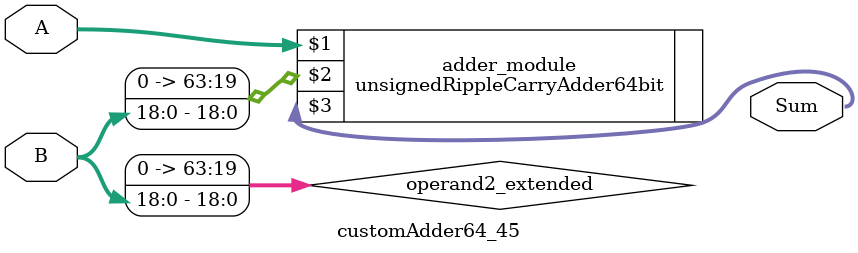
<source format=v>
module customAdder64_45(
                        input [63 : 0] A,
                        input [18 : 0] B,
                        
                        output [64 : 0] Sum
                );

        wire [63 : 0] operand2_extended;
        
        assign operand2_extended =  {45'b0, B};
        
        unsignedRippleCarryAdder64bit adder_module(
            A,
            operand2_extended,
            Sum
        );
        
        endmodule
        
</source>
